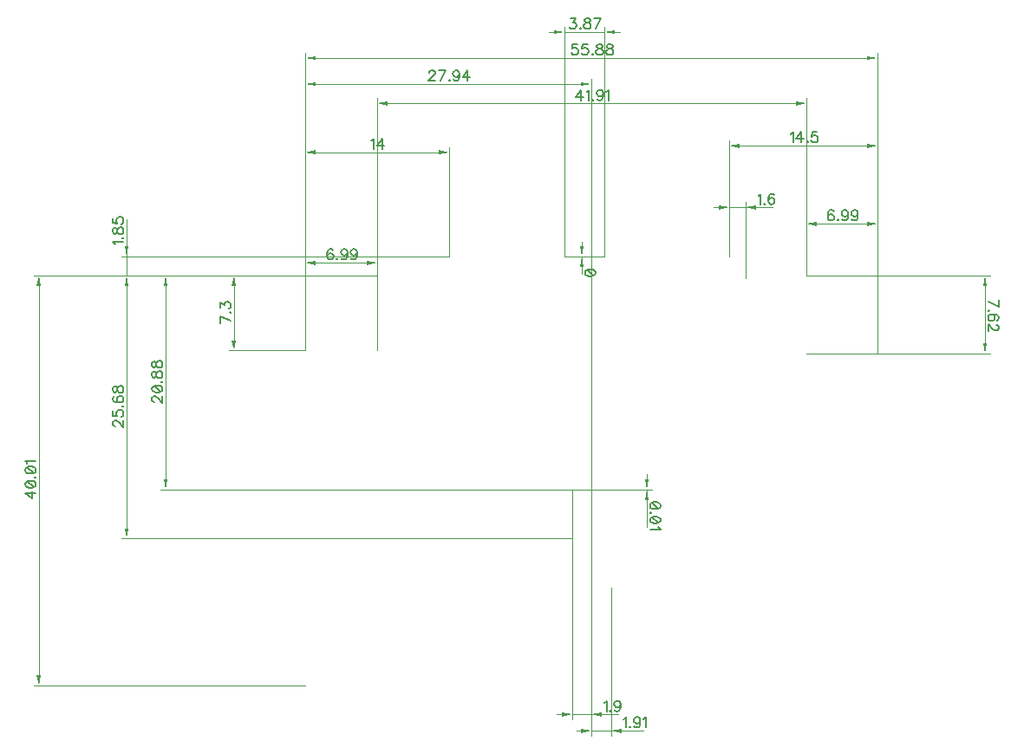
<source format=gbr>
G04 DipTrace 2.4.0.2*
%INTopDimension.gbr*%
%MOIN*%
%ADD13C,0.0014*%
%ADD97C,0.0062*%
%FSLAX44Y44*%
G04*
G70*
G90*
G75*
G01*
%LNTopDimension*%
%LPD*%
X6687Y19687D2*
D13*
X-3135D1*
X9448Y20416D2*
X-3135D1*
X-2938D2*
Y19687D1*
Y21006D2*
Y20809D1*
G36*
Y20416D2*
X-3017Y20809D1*
X-2859D1*
X-2938Y20416D1*
G37*
Y19096D2*
D13*
Y19293D1*
G36*
Y19687D2*
X-2859Y19293D1*
X-3017D1*
X-2938Y19687D1*
G37*
Y21850D2*
D13*
Y20416D1*
X13901D2*
X14759D1*
X15426Y20418D2*
X14365D1*
X14562D2*
Y20416D1*
Y21008D2*
Y20811D1*
G36*
Y20418D2*
X14483Y20811D1*
X14641D1*
X14562Y20418D1*
G37*
Y19825D2*
D13*
Y20022D1*
G36*
Y20416D2*
X14641Y20022D1*
X14483D1*
X14562Y20416D1*
G37*
Y19754D2*
D13*
Y20418D1*
X3937Y16812D2*
Y24634D1*
X9448Y20416D2*
Y24634D1*
X6692Y24437D2*
X4331D1*
G36*
X3937D2*
X4331Y24516D1*
Y24358D1*
X3937Y24437D1*
G37*
X6692D2*
D13*
X9054D1*
G36*
X9448D2*
X9054Y24358D1*
Y24516D1*
X9448Y24437D1*
G37*
X20230Y20418D2*
D13*
Y24884D1*
X25937Y16687D2*
Y24884D1*
X23083Y24687D2*
X20623D1*
G36*
X20230D2*
X20623Y24766D1*
Y24608D1*
X20230Y24687D1*
G37*
X23083D2*
D13*
X25543D1*
G36*
X25937D2*
X25543Y24608D1*
Y24766D1*
X25937Y24687D1*
G37*
X3937Y16812D2*
D13*
Y28259D1*
X25937Y16687D2*
Y28259D1*
X14937Y28062D2*
X4331D1*
G36*
X3937D2*
X4331Y28141D1*
Y27983D1*
X3937Y28062D1*
G37*
X14937D2*
D13*
X25543D1*
G36*
X25937D2*
X25543Y27983D1*
Y28141D1*
X25937Y28062D1*
G37*
X3937Y16812D2*
D13*
Y20384D1*
X6687Y16812D2*
Y20384D1*
X5312Y20187D2*
X4331D1*
G36*
X3937D2*
X4331Y20266D1*
Y20108D1*
X3937Y20187D1*
G37*
X5312D2*
D13*
X6293D1*
G36*
X6687D2*
X6293Y20108D1*
Y20266D1*
X6687Y20187D1*
G37*
Y19687D2*
D13*
X990D1*
X3937Y16812D2*
X990D1*
X1187Y18250D2*
Y19293D1*
G36*
Y19687D2*
X1266Y19293D1*
X1108D1*
X1187Y19687D1*
G37*
Y18250D2*
D13*
Y17206D1*
G36*
Y16812D2*
X1108Y17206D1*
X1266D1*
X1187Y16812D1*
G37*
X23187Y19687D2*
D13*
X30259D1*
X23187Y16687D2*
X30259D1*
X30062Y18187D2*
Y19293D1*
G36*
Y19687D2*
X30141Y19293D1*
X29983D1*
X30062Y19687D1*
G37*
Y18187D2*
D13*
Y17081D1*
G36*
Y16687D2*
X29983Y17081D1*
X30141D1*
X30062Y16687D1*
G37*
X23187Y19687D2*
D13*
Y21884D1*
X25937Y16687D2*
Y21884D1*
X24562Y21687D2*
X23581D1*
G36*
X23187D2*
X23581Y21766D1*
Y21608D1*
X23187Y21687D1*
G37*
X24562D2*
D13*
X25543D1*
G36*
X25937D2*
X25543Y21608D1*
Y21766D1*
X25937Y21687D1*
G37*
X6687Y19687D2*
D13*
X-6510D1*
X3937Y3937D2*
X-6510D1*
X-6313Y11812D2*
Y19293D1*
G36*
Y19687D2*
X-6234Y19293D1*
X-6392D1*
X-6313Y19687D1*
G37*
Y11812D2*
D13*
Y4331D1*
G36*
Y3937D2*
X-6392Y4331D1*
X-6234D1*
X-6313Y3937D1*
G37*
X3937Y16812D2*
D13*
Y27259D1*
X14937Y3937D2*
Y27259D1*
X9437Y27062D2*
X4331D1*
G36*
X3937D2*
X4331Y27141D1*
Y26983D1*
X3937Y27062D1*
G37*
X9437D2*
D13*
X14543D1*
G36*
X14937D2*
X14543Y26983D1*
Y27141D1*
X14937Y27062D1*
G37*
X14187Y11467D2*
D13*
Y2615D1*
X14937Y3937D2*
Y2615D1*
X14187Y2812D2*
X14937D1*
X13596D2*
X13793D1*
G36*
X14187D2*
X13793Y2733D1*
Y2891D1*
X14187Y2812D1*
G37*
X15528D2*
D13*
X15331D1*
G36*
X14937D2*
X15331Y2891D1*
Y2733D1*
X14937Y2812D1*
G37*
X15961D2*
D13*
X14937D1*
X15687Y7689D2*
Y1990D1*
X14937Y2812D2*
Y1990D1*
Y2187D2*
X15687D1*
X14346D2*
X14543D1*
G36*
X14937D2*
X14543Y2108D1*
Y2266D1*
X14937Y2187D1*
G37*
X16278D2*
D13*
X16081D1*
G36*
X15687D2*
X16081Y2266D1*
Y2108D1*
X15687Y2187D1*
G37*
X16931D2*
D13*
X15687D1*
X14187Y11467D2*
X17259D1*
X15687Y11469D2*
X17259D1*
X17062D2*
Y11467D1*
Y12059D2*
Y11862D1*
G36*
Y11469D2*
X16983Y11862D1*
X17141D1*
X17062Y11469D1*
G37*
Y10876D2*
D13*
Y11073D1*
G36*
Y11467D2*
X17141Y11073D1*
X16983D1*
X17062Y11467D1*
G37*
Y10032D2*
D13*
Y11469D1*
X6687Y19687D2*
X-1635D1*
X14187Y11467D2*
X-1635D1*
X-1438Y15577D2*
Y19293D1*
G36*
Y19687D2*
X-1359Y19293D1*
X-1517D1*
X-1438Y19687D1*
G37*
Y15577D2*
D13*
Y11860D1*
G36*
Y11467D2*
X-1517Y11860D1*
X-1359D1*
X-1438Y11467D1*
G37*
X6687Y19687D2*
D13*
X-3135D1*
X14187Y9577D2*
X-3135D1*
X-2938Y14632D2*
Y19293D1*
G36*
Y19687D2*
X-2859Y19293D1*
X-3017D1*
X-2938Y19687D1*
G37*
Y14632D2*
D13*
Y9970D1*
G36*
Y9577D2*
X-3017Y9970D1*
X-2859D1*
X-2938Y9577D1*
G37*
X13901Y20416D2*
D13*
Y29259D1*
X15426Y20418D2*
Y29259D1*
X13901Y29062D2*
X15426D1*
X13310D2*
X13507D1*
G36*
X13901D2*
X13507Y28983D1*
Y29141D1*
X13901Y29062D1*
G37*
X16016D2*
D13*
X15820D1*
G36*
X15426D2*
X15820Y29141D1*
Y28983D1*
X15426Y29062D1*
G37*
X20859Y19578D2*
D13*
Y22509D1*
X20230Y20418D2*
Y22509D1*
Y22312D2*
X20859D1*
X19639D2*
X19836D1*
G36*
X20230D2*
X19836Y22233D1*
Y22391D1*
X20230Y22312D1*
G37*
X21449D2*
D13*
X21252D1*
G36*
X20859D2*
X21252Y22391D1*
Y22233D1*
X20859Y22312D1*
G37*
X21882D2*
D13*
X20859D1*
X23187Y19687D2*
Y26509D1*
X6687Y19687D2*
Y26509D1*
X14937Y26312D2*
X22793D1*
G36*
X23187D2*
X22793Y26233D1*
Y26391D1*
X23187Y26312D1*
G37*
X14937D2*
D13*
X7081D1*
G36*
X6687D2*
X7081Y26391D1*
Y26233D1*
X6687Y26312D1*
G37*
X-3385Y20902D2*
D97*
X-3405Y20941D1*
X-3462Y20998D1*
X-3060D1*
X-3099Y21141D2*
X-3079Y21122D1*
X-3060Y21141D1*
X-3079Y21160D1*
X-3099Y21141D1*
X-3462Y21379D2*
X-3443Y21322D1*
X-3405Y21303D1*
X-3366D1*
X-3328Y21322D1*
X-3309Y21360D1*
X-3290Y21437D1*
X-3271Y21494D1*
X-3232Y21532D1*
X-3194Y21551D1*
X-3137D1*
X-3099Y21532D1*
X-3079Y21513D1*
X-3060Y21456D1*
Y21379D1*
X-3079Y21322D1*
X-3099Y21303D1*
X-3137Y21284D1*
X-3194D1*
X-3232Y21303D1*
X-3271Y21341D1*
X-3290Y21398D1*
X-3309Y21475D1*
X-3328Y21513D1*
X-3366Y21532D1*
X-3405D1*
X-3443Y21513D1*
X-3462Y21456D1*
Y21379D1*
Y21904D2*
Y21713D1*
X-3290Y21694D1*
X-3309Y21713D1*
X-3328Y21770D1*
Y21828D1*
X-3309Y21885D1*
X-3271Y21923D1*
X-3213Y21942D1*
X-3175D1*
X-3118Y21923D1*
X-3079Y21885D1*
X-3060Y21828D1*
Y21770D1*
X-3079Y21713D1*
X-3099Y21694D1*
X-3137Y21675D1*
X15086Y19814D2*
X15067Y19872D1*
X15009Y19910D1*
X14914Y19929D1*
X14856D1*
X14761Y19910D1*
X14703Y19872D1*
X14684Y19814D1*
Y19776D1*
X14703Y19719D1*
X14761Y19681D1*
X14856Y19661D1*
X14914D1*
X15009Y19681D1*
X15067Y19719D1*
X15086Y19776D1*
Y19814D1*
X15009Y19681D2*
X14761Y19910D1*
X6470Y24884D2*
X6509Y24904D1*
X6566Y24961D1*
Y24559D1*
X6881D2*
Y24961D1*
X6690Y24693D1*
X6977D1*
X22584Y25134D2*
X22623Y25154D1*
X22680Y25211D1*
Y24809D1*
X22995D2*
Y25211D1*
X22804Y24943D1*
X23091D1*
X23233Y24848D2*
X23214Y24828D1*
X23233Y24809D1*
X23253Y24828D1*
X23233Y24848D1*
X23606Y25211D2*
X23415D1*
X23396Y25039D1*
X23415Y25058D1*
X23472Y25077D1*
X23529D1*
X23587Y25058D1*
X23625Y25020D1*
X23644Y24962D1*
Y24924D1*
X23625Y24867D1*
X23587Y24828D1*
X23529Y24809D1*
X23472D1*
X23415Y24828D1*
X23396Y24848D1*
X23376Y24886D1*
X14396Y28586D2*
X14205D1*
X14186Y28414D1*
X14205Y28433D1*
X14262Y28452D1*
X14319D1*
X14377Y28433D1*
X14415Y28395D1*
X14434Y28337D1*
Y28299D1*
X14415Y28242D1*
X14377Y28203D1*
X14319Y28184D1*
X14262D1*
X14205Y28203D1*
X14186Y28223D1*
X14166Y28261D1*
X14787Y28586D2*
X14596D1*
X14577Y28414D1*
X14596Y28433D1*
X14654Y28452D1*
X14711D1*
X14768Y28433D1*
X14807Y28395D1*
X14826Y28337D1*
Y28299D1*
X14807Y28242D1*
X14768Y28203D1*
X14711Y28184D1*
X14654D1*
X14596Y28203D1*
X14577Y28223D1*
X14558Y28261D1*
X14968Y28223D2*
X14949Y28203D1*
X14968Y28184D1*
X14988Y28203D1*
X14968Y28223D1*
X15207Y28586D2*
X15150Y28567D1*
X15130Y28529D1*
Y28490D1*
X15150Y28452D1*
X15188Y28433D1*
X15264Y28414D1*
X15322Y28395D1*
X15360Y28356D1*
X15379Y28318D1*
Y28261D1*
X15360Y28223D1*
X15341Y28203D1*
X15283Y28184D1*
X15207D1*
X15150Y28203D1*
X15130Y28223D1*
X15111Y28261D1*
Y28318D1*
X15130Y28356D1*
X15169Y28395D1*
X15226Y28414D1*
X15302Y28433D1*
X15341Y28452D1*
X15360Y28490D1*
Y28529D1*
X15341Y28567D1*
X15283Y28586D1*
X15207D1*
X15598D2*
X15541Y28567D1*
X15521Y28529D1*
Y28490D1*
X15541Y28452D1*
X15579Y28433D1*
X15655Y28414D1*
X15713Y28395D1*
X15751Y28356D1*
X15770Y28318D1*
Y28261D1*
X15751Y28223D1*
X15732Y28203D1*
X15674Y28184D1*
X15598D1*
X15541Y28203D1*
X15521Y28223D1*
X15502Y28261D1*
Y28318D1*
X15521Y28356D1*
X15560Y28395D1*
X15617Y28414D1*
X15693Y28433D1*
X15732Y28452D1*
X15751Y28490D1*
Y28529D1*
X15732Y28567D1*
X15674Y28586D1*
X15598D1*
X4995Y20654D2*
X4976Y20692D1*
X4918Y20711D1*
X4880D1*
X4823Y20692D1*
X4784Y20634D1*
X4765Y20539D1*
Y20443D1*
X4784Y20367D1*
X4823Y20328D1*
X4880Y20309D1*
X4899D1*
X4956Y20328D1*
X4995Y20367D1*
X5014Y20424D1*
Y20443D1*
X4995Y20501D1*
X4956Y20539D1*
X4899Y20558D1*
X4880D1*
X4823Y20539D1*
X4784Y20501D1*
X4765Y20443D1*
X5156Y20348D2*
X5137Y20328D1*
X5156Y20309D1*
X5176Y20328D1*
X5156Y20348D1*
X5548Y20577D2*
X5529Y20520D1*
X5491Y20481D1*
X5433Y20462D1*
X5414D1*
X5357Y20481D1*
X5319Y20520D1*
X5299Y20577D1*
Y20596D1*
X5319Y20654D1*
X5357Y20692D1*
X5414Y20711D1*
X5433D1*
X5491Y20692D1*
X5529Y20654D1*
X5548Y20577D1*
Y20481D1*
X5529Y20386D1*
X5491Y20328D1*
X5433Y20309D1*
X5395D1*
X5338Y20328D1*
X5319Y20367D1*
X5921Y20577D2*
X5901Y20520D1*
X5863Y20481D1*
X5806Y20462D1*
X5787D1*
X5729Y20481D1*
X5691Y20520D1*
X5672Y20577D1*
Y20596D1*
X5691Y20654D1*
X5729Y20692D1*
X5787Y20711D1*
X5806D1*
X5863Y20692D1*
X5901Y20654D1*
X5921Y20577D1*
Y20481D1*
X5901Y20386D1*
X5863Y20328D1*
X5806Y20309D1*
X5768D1*
X5710Y20328D1*
X5691Y20367D1*
X1065Y17946D2*
X663Y18138D1*
Y17870D1*
X1026Y18280D2*
X1046Y18261D1*
X1065Y18280D1*
X1046Y18300D1*
X1026Y18280D1*
X663Y18462D2*
Y18672D1*
X816Y18557D1*
Y18615D1*
X835Y18653D1*
X854Y18672D1*
X912Y18691D1*
X950D1*
X1007Y18672D1*
X1046Y18634D1*
X1065Y18576D1*
Y18519D1*
X1046Y18462D1*
X1026Y18443D1*
X988Y18423D1*
X30184Y18676D2*
X30586Y18485D1*
Y18753D1*
X30223Y18342D2*
X30203Y18361D1*
X30184Y18342D1*
X30203Y18323D1*
X30223Y18342D1*
X30529Y17970D2*
X30567Y17989D1*
X30586Y18046D1*
Y18084D1*
X30567Y18142D1*
X30509Y18180D1*
X30414Y18199D1*
X30318D1*
X30242Y18180D1*
X30203Y18142D1*
X30184Y18084D1*
Y18065D1*
X30203Y18008D1*
X30242Y17970D1*
X30299Y17951D1*
X30318D1*
X30376Y17970D1*
X30414Y18008D1*
X30433Y18065D1*
Y18084D1*
X30414Y18142D1*
X30376Y18180D1*
X30318Y18199D1*
X30490Y17808D2*
X30509D1*
X30548Y17789D1*
X30567Y17770D1*
X30586Y17731D1*
Y17655D1*
X30567Y17617D1*
X30548Y17598D1*
X30509Y17578D1*
X30471D1*
X30433Y17598D1*
X30376Y17636D1*
X30184Y17827D1*
Y17559D1*
X24245Y22154D2*
X24226Y22192D1*
X24168Y22211D1*
X24130D1*
X24073Y22192D1*
X24034Y22134D1*
X24015Y22039D1*
Y21943D1*
X24034Y21867D1*
X24073Y21828D1*
X24130Y21809D1*
X24149D1*
X24206Y21828D1*
X24245Y21867D1*
X24264Y21924D1*
Y21943D1*
X24245Y22001D1*
X24206Y22039D1*
X24149Y22058D1*
X24130D1*
X24073Y22039D1*
X24034Y22001D1*
X24015Y21943D1*
X24406Y21848D2*
X24387Y21828D1*
X24406Y21809D1*
X24426Y21828D1*
X24406Y21848D1*
X24798Y22077D2*
X24779Y22020D1*
X24741Y21981D1*
X24683Y21962D1*
X24664D1*
X24607Y21981D1*
X24569Y22020D1*
X24549Y22077D1*
Y22096D1*
X24569Y22154D1*
X24607Y22192D1*
X24664Y22211D1*
X24683D1*
X24741Y22192D1*
X24779Y22154D1*
X24798Y22077D1*
Y21981D1*
X24779Y21886D1*
X24741Y21828D1*
X24683Y21809D1*
X24645D1*
X24588Y21828D1*
X24569Y21867D1*
X25171Y22077D2*
X25151Y22020D1*
X25113Y21981D1*
X25056Y21962D1*
X25037D1*
X24979Y21981D1*
X24941Y22020D1*
X24922Y22077D1*
Y22096D1*
X24941Y22154D1*
X24979Y22192D1*
X25037Y22211D1*
X25056D1*
X25113Y22192D1*
X25151Y22154D1*
X25171Y22077D1*
Y21981D1*
X25151Y21886D1*
X25113Y21828D1*
X25056Y21809D1*
X25018D1*
X24960Y21828D1*
X24941Y21867D1*
X-6435Y11309D2*
X-6837D1*
X-6569Y11117D1*
Y11404D1*
X-6837Y11643D2*
X-6818Y11585D1*
X-6760Y11547D1*
X-6665Y11528D1*
X-6607D1*
X-6512Y11547D1*
X-6454Y11585D1*
X-6435Y11643D1*
Y11681D1*
X-6454Y11738D1*
X-6512Y11776D1*
X-6607Y11796D1*
X-6665D1*
X-6760Y11776D1*
X-6818Y11738D1*
X-6837Y11681D1*
Y11643D1*
X-6760Y11776D2*
X-6512Y11547D1*
X-6474Y11938D2*
X-6454Y11919D1*
X-6435Y11938D1*
X-6454Y11958D1*
X-6474Y11938D1*
X-6837Y12196D2*
X-6818Y12139D1*
X-6760Y12100D1*
X-6665Y12081D1*
X-6607D1*
X-6512Y12100D1*
X-6454Y12139D1*
X-6435Y12196D1*
Y12234D1*
X-6454Y12292D1*
X-6512Y12330D1*
X-6607Y12349D1*
X-6665D1*
X-6760Y12330D1*
X-6818Y12292D1*
X-6837Y12234D1*
Y12196D1*
X-6760Y12330D2*
X-6512Y12100D1*
X-6760Y12473D2*
X-6780Y12511D1*
X-6837Y12569D1*
X-6435D1*
X8685Y27490D2*
Y27509D1*
X8704Y27548D1*
X8723Y27567D1*
X8762Y27586D1*
X8838D1*
X8876Y27567D1*
X8895Y27548D1*
X8915Y27509D1*
Y27471D1*
X8895Y27433D1*
X8857Y27376D1*
X8666Y27184D1*
X8934D1*
X9134D2*
X9325Y27586D1*
X9057D1*
X9468Y27223D2*
X9449Y27203D1*
X9468Y27184D1*
X9487Y27203D1*
X9468Y27223D1*
X9860Y27452D2*
X9840Y27395D1*
X9802Y27356D1*
X9745Y27337D1*
X9726D1*
X9668Y27356D1*
X9630Y27395D1*
X9611Y27452D1*
Y27471D1*
X9630Y27529D1*
X9668Y27567D1*
X9726Y27586D1*
X9745D1*
X9802Y27567D1*
X9840Y27529D1*
X9860Y27452D1*
Y27356D1*
X9840Y27261D1*
X9802Y27203D1*
X9745Y27184D1*
X9707D1*
X9649Y27203D1*
X9630Y27242D1*
X10175Y27184D2*
Y27586D1*
X9983Y27318D1*
X10270D1*
X15423Y3259D2*
X15462Y3279D1*
X15519Y3336D1*
Y2934D1*
X15662Y2973D2*
X15643Y2953D1*
X15662Y2934D1*
X15681Y2953D1*
X15662Y2973D1*
X16054Y3202D2*
X16034Y3145D1*
X15996Y3106D1*
X15939Y3087D1*
X15920D1*
X15862Y3106D1*
X15824Y3145D1*
X15805Y3202D1*
Y3221D1*
X15824Y3279D1*
X15862Y3317D1*
X15920Y3336D1*
X15939D1*
X15996Y3317D1*
X16034Y3279D1*
X16054Y3202D1*
Y3106D1*
X16034Y3011D1*
X15996Y2953D1*
X15939Y2934D1*
X15901D1*
X15843Y2953D1*
X15824Y2992D1*
X16173Y2634D2*
X16212Y2654D1*
X16269Y2711D1*
Y2309D1*
X16412Y2348D2*
X16393Y2328D1*
X16412Y2309D1*
X16431Y2328D1*
X16412Y2348D1*
X16804Y2577D2*
X16784Y2520D1*
X16746Y2481D1*
X16689Y2462D1*
X16670D1*
X16612Y2481D1*
X16574Y2520D1*
X16555Y2577D1*
Y2596D1*
X16574Y2654D1*
X16612Y2692D1*
X16670Y2711D1*
X16689D1*
X16746Y2692D1*
X16784Y2654D1*
X16804Y2577D1*
Y2481D1*
X16784Y2386D1*
X16746Y2328D1*
X16689Y2309D1*
X16651D1*
X16593Y2328D1*
X16574Y2367D1*
X16927Y2634D2*
X16966Y2654D1*
X17023Y2711D1*
Y2309D1*
X17586Y10865D2*
X17567Y10923D1*
X17509Y10961D1*
X17414Y10980D1*
X17356D1*
X17261Y10961D1*
X17203Y10923D1*
X17184Y10865D1*
Y10827D1*
X17203Y10770D1*
X17261Y10732D1*
X17356Y10712D1*
X17414D1*
X17509Y10732D1*
X17567Y10770D1*
X17586Y10827D1*
Y10865D1*
X17509Y10732D2*
X17261Y10961D1*
X17223Y10570D2*
X17203Y10589D1*
X17184Y10570D1*
X17203Y10550D1*
X17223Y10570D1*
X17586Y10312D2*
X17567Y10369D1*
X17509Y10408D1*
X17414Y10427D1*
X17356D1*
X17261Y10408D1*
X17203Y10369D1*
X17184Y10312D1*
Y10274D1*
X17203Y10216D1*
X17261Y10178D1*
X17356Y10159D1*
X17414D1*
X17509Y10178D1*
X17567Y10216D1*
X17586Y10274D1*
Y10312D1*
X17509Y10178D2*
X17261Y10408D1*
X17509Y10035D2*
X17529Y9997D1*
X17586Y9939D1*
X17184D1*
X-1866Y14825D2*
X-1885D1*
X-1924Y14844D1*
X-1943Y14863D1*
X-1962Y14902D1*
Y14978D1*
X-1943Y15016D1*
X-1924Y15035D1*
X-1885Y15055D1*
X-1847D1*
X-1809Y15035D1*
X-1752Y14997D1*
X-1560Y14806D1*
Y15074D1*
X-1962Y15312D2*
X-1943Y15255D1*
X-1885Y15216D1*
X-1790Y15197D1*
X-1732D1*
X-1637Y15216D1*
X-1579Y15255D1*
X-1560Y15312D1*
Y15350D1*
X-1579Y15408D1*
X-1637Y15446D1*
X-1732Y15465D1*
X-1790D1*
X-1885Y15446D1*
X-1943Y15408D1*
X-1962Y15350D1*
Y15312D1*
X-1885Y15446D2*
X-1637Y15216D1*
X-1599Y15608D2*
X-1579Y15589D1*
X-1560Y15608D1*
X-1579Y15627D1*
X-1599Y15608D1*
X-1962Y15846D2*
X-1943Y15789D1*
X-1905Y15770D1*
X-1866D1*
X-1828Y15789D1*
X-1809Y15827D1*
X-1790Y15904D1*
X-1771Y15961D1*
X-1732Y15999D1*
X-1694Y16018D1*
X-1637D1*
X-1599Y15999D1*
X-1579Y15980D1*
X-1560Y15923D1*
Y15846D1*
X-1579Y15789D1*
X-1599Y15770D1*
X-1637Y15751D1*
X-1694D1*
X-1732Y15770D1*
X-1771Y15808D1*
X-1790Y15865D1*
X-1809Y15942D1*
X-1828Y15980D1*
X-1866Y15999D1*
X-1905D1*
X-1943Y15980D1*
X-1962Y15923D1*
Y15846D1*
Y16237D2*
X-1943Y16180D1*
X-1905Y16161D1*
X-1866D1*
X-1828Y16180D1*
X-1809Y16218D1*
X-1790Y16295D1*
X-1771Y16352D1*
X-1732Y16390D1*
X-1694Y16409D1*
X-1637D1*
X-1599Y16390D1*
X-1579Y16371D1*
X-1560Y16314D1*
Y16237D1*
X-1579Y16180D1*
X-1599Y16161D1*
X-1637Y16142D1*
X-1694D1*
X-1732Y16161D1*
X-1771Y16199D1*
X-1790Y16256D1*
X-1809Y16333D1*
X-1828Y16371D1*
X-1866Y16390D1*
X-1905D1*
X-1943Y16371D1*
X-1962Y16314D1*
Y16237D1*
X-3366Y13890D2*
X-3385D1*
X-3424Y13909D1*
X-3443Y13928D1*
X-3462Y13967D1*
Y14043D1*
X-3443Y14081D1*
X-3424Y14100D1*
X-3385Y14119D1*
X-3347D1*
X-3309Y14100D1*
X-3252Y14062D1*
X-3060Y13871D1*
Y14139D1*
X-3462Y14492D2*
Y14300D1*
X-3290Y14281D1*
X-3309Y14300D1*
X-3328Y14358D1*
Y14415D1*
X-3309Y14472D1*
X-3271Y14511D1*
X-3213Y14530D1*
X-3175D1*
X-3118Y14511D1*
X-3079Y14472D1*
X-3060Y14415D1*
Y14358D1*
X-3079Y14300D1*
X-3099Y14281D1*
X-3137Y14262D1*
X-3099Y14672D2*
X-3079Y14653D1*
X-3060Y14672D1*
X-3079Y14692D1*
X-3099Y14672D1*
X-3405Y15045D2*
X-3443Y15026D1*
X-3462Y14968D1*
Y14930D1*
X-3443Y14873D1*
X-3385Y14834D1*
X-3290Y14815D1*
X-3194D1*
X-3118Y14834D1*
X-3079Y14873D1*
X-3060Y14930D1*
Y14949D1*
X-3079Y15006D1*
X-3118Y15045D1*
X-3175Y15064D1*
X-3194D1*
X-3252Y15045D1*
X-3290Y15006D1*
X-3309Y14949D1*
Y14930D1*
X-3290Y14873D1*
X-3252Y14834D1*
X-3194Y14815D1*
X-3462Y15283D2*
X-3443Y15226D1*
X-3405Y15206D1*
X-3366D1*
X-3328Y15226D1*
X-3309Y15264D1*
X-3290Y15340D1*
X-3271Y15398D1*
X-3232Y15436D1*
X-3194Y15455D1*
X-3137D1*
X-3099Y15436D1*
X-3079Y15417D1*
X-3060Y15359D1*
Y15283D1*
X-3079Y15226D1*
X-3099Y15206D1*
X-3137Y15187D1*
X-3194D1*
X-3232Y15206D1*
X-3271Y15245D1*
X-3290Y15302D1*
X-3309Y15378D1*
X-3328Y15417D1*
X-3366Y15436D1*
X-3405D1*
X-3443Y15417D1*
X-3462Y15359D1*
Y15283D1*
X14126Y29586D2*
X14336D1*
X14222Y29433D1*
X14279D1*
X14317Y29414D1*
X14336Y29395D1*
X14356Y29337D1*
Y29299D1*
X14336Y29242D1*
X14298Y29203D1*
X14241Y29184D1*
X14183D1*
X14126Y29203D1*
X14107Y29223D1*
X14088Y29261D1*
X14498Y29223D2*
X14479Y29203D1*
X14498Y29184D1*
X14518Y29203D1*
X14498Y29223D1*
X14737Y29586D2*
X14680Y29567D1*
X14660Y29529D1*
Y29490D1*
X14680Y29452D1*
X14718Y29433D1*
X14794Y29414D1*
X14852Y29395D1*
X14890Y29356D1*
X14909Y29318D1*
Y29261D1*
X14890Y29223D1*
X14871Y29203D1*
X14813Y29184D1*
X14737D1*
X14680Y29203D1*
X14660Y29223D1*
X14641Y29261D1*
Y29318D1*
X14660Y29356D1*
X14699Y29395D1*
X14756Y29414D1*
X14832Y29433D1*
X14871Y29452D1*
X14890Y29490D1*
Y29529D1*
X14871Y29567D1*
X14813Y29586D1*
X14737D1*
X15109Y29184D2*
X15300Y29586D1*
X15032D1*
X21345Y22759D2*
X21384Y22779D1*
X21441Y22836D1*
Y22434D1*
X21584Y22473D2*
X21565Y22453D1*
X21584Y22434D1*
X21603Y22453D1*
X21584Y22473D1*
X21956Y22779D2*
X21937Y22817D1*
X21880Y22836D1*
X21842D1*
X21784Y22817D1*
X21746Y22759D1*
X21727Y22664D1*
Y22568D1*
X21746Y22492D1*
X21784Y22453D1*
X21842Y22434D1*
X21861D1*
X21918Y22453D1*
X21956Y22492D1*
X21975Y22549D1*
Y22568D1*
X21956Y22626D1*
X21918Y22664D1*
X21861Y22683D1*
X21842D1*
X21784Y22664D1*
X21746Y22626D1*
X21727Y22568D1*
X14529Y26434D2*
Y26836D1*
X14338Y26568D1*
X14625D1*
X14748Y26759D2*
X14787Y26779D1*
X14844Y26836D1*
Y26434D1*
X14987Y26473D2*
X14968Y26453D1*
X14987Y26434D1*
X15006Y26453D1*
X14987Y26473D1*
X15379Y26702D2*
X15359Y26645D1*
X15321Y26606D1*
X15264Y26587D1*
X15245D1*
X15187Y26606D1*
X15149Y26645D1*
X15130Y26702D1*
Y26721D1*
X15149Y26779D1*
X15187Y26817D1*
X15245Y26836D1*
X15264D1*
X15321Y26817D1*
X15359Y26779D1*
X15379Y26702D1*
Y26606D1*
X15359Y26511D1*
X15321Y26453D1*
X15264Y26434D1*
X15226D1*
X15168Y26453D1*
X15149Y26492D1*
X15502Y26759D2*
X15541Y26779D1*
X15598Y26836D1*
Y26434D1*
M02*

</source>
